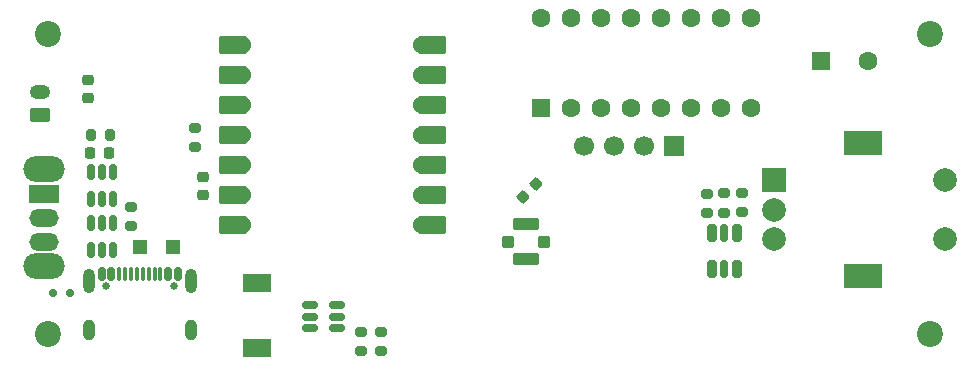
<source format=gbr>
%TF.GenerationSoftware,KiCad,Pcbnew,9.0.2*%
%TF.CreationDate,2025-07-15T17:58:13-04:00*%
%TF.ProjectId,raven-caller,72617665-6e2d-4636-916c-6c65722e6b69,rev?*%
%TF.SameCoordinates,Original*%
%TF.FileFunction,Soldermask,Top*%
%TF.FilePolarity,Negative*%
%FSLAX46Y46*%
G04 Gerber Fmt 4.6, Leading zero omitted, Abs format (unit mm)*
G04 Created by KiCad (PCBNEW 9.0.2) date 2025-07-15 17:58:13*
%MOMM*%
%LPD*%
G01*
G04 APERTURE LIST*
G04 Aperture macros list*
%AMRoundRect*
0 Rectangle with rounded corners*
0 $1 Rounding radius*
0 $2 $3 $4 $5 $6 $7 $8 $9 X,Y pos of 4 corners*
0 Add a 4 corners polygon primitive as box body*
4,1,4,$2,$3,$4,$5,$6,$7,$8,$9,$2,$3,0*
0 Add four circle primitives for the rounded corners*
1,1,$1+$1,$2,$3*
1,1,$1+$1,$4,$5*
1,1,$1+$1,$6,$7*
1,1,$1+$1,$8,$9*
0 Add four rect primitives between the rounded corners*
20,1,$1+$1,$2,$3,$4,$5,0*
20,1,$1+$1,$4,$5,$6,$7,0*
20,1,$1+$1,$6,$7,$8,$9,0*
20,1,$1+$1,$8,$9,$2,$3,0*%
G04 Aperture macros list end*
%ADD10C,2.000000*%
%ADD11R,3.200000X2.000000*%
%ADD12R,2.000000X2.000000*%
%ADD13RoundRect,0.150000X0.150000X-0.512500X0.150000X0.512500X-0.150000X0.512500X-0.150000X-0.512500X0*%
%ADD14RoundRect,0.200000X0.200000X0.275000X-0.200000X0.275000X-0.200000X-0.275000X0.200000X-0.275000X0*%
%ADD15RoundRect,0.200000X-0.275000X0.200000X-0.275000X-0.200000X0.275000X-0.200000X0.275000X0.200000X0*%
%ADD16C,2.200000*%
%ADD17RoundRect,0.250000X0.550000X-0.550000X0.550000X0.550000X-0.550000X0.550000X-0.550000X-0.550000X0*%
%ADD18C,1.600000*%
%ADD19RoundRect,0.152400X1.063600X0.609600X-1.063600X0.609600X-1.063600X-0.609600X1.063600X-0.609600X0*%
%ADD20C,1.524000*%
%ADD21RoundRect,0.152400X-1.063600X-0.609600X1.063600X-0.609600X1.063600X0.609600X-1.063600X0.609600X0*%
%ADD22R,1.200000X1.200000*%
%ADD23R,2.400000X1.500000*%
%ADD24C,0.650000*%
%ADD25RoundRect,0.150000X-0.150000X-0.425000X0.150000X-0.425000X0.150000X0.425000X-0.150000X0.425000X0*%
%ADD26RoundRect,0.075000X-0.075000X-0.500000X0.075000X-0.500000X0.075000X0.500000X-0.075000X0.500000X0*%
%ADD27O,1.000000X2.100000*%
%ADD28O,1.000000X1.800000*%
%ADD29R,1.600000X1.600000*%
%ADD30RoundRect,0.150000X-0.512500X-0.150000X0.512500X-0.150000X0.512500X0.150000X-0.512500X0.150000X0*%
%ADD31R,1.700000X1.700000*%
%ADD32C,1.700000*%
%ADD33RoundRect,0.225000X-0.250000X0.225000X-0.250000X-0.225000X0.250000X-0.225000X0.250000X0.225000X0*%
%ADD34RoundRect,0.100000X-0.400000X0.400000X-0.400000X-0.400000X0.400000X-0.400000X0.400000X0.400000X0*%
%ADD35RoundRect,0.105000X-0.995000X0.420000X-0.995000X-0.420000X0.995000X-0.420000X0.995000X0.420000X0*%
%ADD36RoundRect,0.225000X0.250000X-0.225000X0.250000X0.225000X-0.250000X0.225000X-0.250000X-0.225000X0*%
%ADD37RoundRect,0.250000X0.625000X-0.350000X0.625000X0.350000X-0.625000X0.350000X-0.625000X-0.350000X0*%
%ADD38O,1.750000X1.200000*%
%ADD39RoundRect,0.225000X-0.017678X0.335876X-0.335876X0.017678X0.017678X-0.335876X0.335876X-0.017678X0*%
%ADD40RoundRect,0.150000X-0.150000X-0.200000X0.150000X-0.200000X0.150000X0.200000X-0.150000X0.200000X0*%
%ADD41O,3.500000X2.200000*%
%ADD42R,2.500000X1.500000*%
%ADD43O,2.500000X1.500000*%
%ADD44RoundRect,0.160000X-0.240000X0.565000X-0.240000X-0.565000X0.240000X-0.565000X0.240000X0.565000X0*%
%ADD45RoundRect,0.120000X-0.180000X0.605000X-0.180000X-0.605000X0.180000X-0.605000X0.180000X0.605000X0*%
%ADD46RoundRect,0.200000X0.275000X-0.200000X0.275000X0.200000X-0.275000X0.200000X-0.275000X-0.200000X0*%
%ADD47RoundRect,0.218750X-0.218750X-0.256250X0.218750X-0.256250X0.218750X0.256250X-0.218750X0.256250X0*%
G04 APERTURE END LIST*
D10*
%TO.C,SW1*%
X197300000Y-106500000D03*
X197300000Y-111500000D03*
D11*
X190300000Y-114600000D03*
X190300000Y-103400000D03*
D10*
X182800000Y-109000000D03*
X182800000Y-111500000D03*
D12*
X182800000Y-106500000D03*
%TD*%
D13*
%TO.C,U7*%
X124950001Y-112400000D03*
X125900000Y-112400000D03*
X126849999Y-112400000D03*
X126849999Y-110125000D03*
X125900000Y-110125000D03*
X124950001Y-110125000D03*
%TD*%
%TO.C,U5*%
X124950000Y-108125001D03*
X125899999Y-108125001D03*
X126849998Y-108125001D03*
X126849998Y-105850001D03*
X125899999Y-105850001D03*
X124950000Y-105850001D03*
%TD*%
D14*
%TO.C,R4*%
X126625000Y-102700000D03*
X124975000Y-102700000D03*
%TD*%
D15*
%TO.C,R2*%
X133800000Y-102075000D03*
X133800000Y-103725000D03*
%TD*%
%TO.C,R13*%
X177099999Y-107650001D03*
X177099999Y-109300001D03*
%TD*%
D16*
%TO.C,H4*%
X121300000Y-94100000D03*
%TD*%
D17*
%TO.C,U4*%
X163110000Y-100405000D03*
D18*
X165650000Y-100405000D03*
X168190000Y-100405000D03*
X170730000Y-100405000D03*
X173270000Y-100405000D03*
X175810000Y-100405000D03*
X178350000Y-100405000D03*
X180890000Y-100405000D03*
X180890000Y-92785000D03*
X178350000Y-92785000D03*
X175810000Y-92785000D03*
X173270000Y-92785000D03*
X170730000Y-92785000D03*
X168190000Y-92785000D03*
X165650000Y-92785000D03*
X163110000Y-92785000D03*
%TD*%
D19*
%TO.C,U12*%
X136965000Y-95060000D03*
D20*
X137800000Y-95060000D03*
D19*
X136965000Y-97600000D03*
D20*
X137800000Y-97600000D03*
D19*
X136965000Y-100140000D03*
D20*
X137800000Y-100140000D03*
D19*
X136965000Y-102680000D03*
D20*
X137800000Y-102680000D03*
D19*
X136965000Y-105220000D03*
D20*
X137800000Y-105220000D03*
D19*
X136965000Y-107760000D03*
D20*
X137800000Y-107760000D03*
D19*
X136965000Y-110300000D03*
D20*
X137800000Y-110300000D03*
X153040000Y-110300000D03*
D21*
X153875000Y-110300000D03*
D20*
X153040000Y-107760000D03*
D21*
X153875000Y-107760000D03*
D20*
X153040000Y-105220000D03*
D21*
X153875000Y-105220000D03*
D20*
X153040000Y-102680000D03*
D21*
X153875000Y-102680000D03*
D20*
X153040000Y-100140000D03*
D21*
X153875000Y-100140000D03*
D20*
X153040000Y-97600000D03*
D21*
X153875000Y-97600000D03*
D20*
X153040000Y-95060000D03*
D21*
X153875000Y-95060000D03*
%TD*%
D22*
%TO.C,D2*%
X131899999Y-112200000D03*
X129100001Y-112200000D03*
%TD*%
D23*
%TO.C,L1*%
X139000000Y-120750000D03*
X139000000Y-115250000D03*
%TD*%
D24*
%TO.C,J7*%
X126220000Y-115500000D03*
X132000000Y-115500000D03*
D25*
X125910000Y-114425000D03*
X126710000Y-114425000D03*
D26*
X127860000Y-114425000D03*
X128860000Y-114425000D03*
X129360000Y-114425000D03*
X130360000Y-114425000D03*
D25*
X131510000Y-114425000D03*
X132310000Y-114425000D03*
X132310000Y-114425000D03*
X131510000Y-114425000D03*
D26*
X130860000Y-114425000D03*
X129860000Y-114425000D03*
X128360000Y-114425000D03*
X127360000Y-114425000D03*
D25*
X126710000Y-114425000D03*
X125910000Y-114425000D03*
D27*
X124790000Y-115000000D03*
D28*
X124790000Y-119180000D03*
D27*
X133430000Y-115000000D03*
D28*
X133430000Y-119180000D03*
%TD*%
D29*
%TO.C,BZ2*%
X186799999Y-96400000D03*
D18*
X190799999Y-96400000D03*
%TD*%
D30*
%TO.C,U13*%
X143500000Y-117100000D03*
X143500000Y-118050000D03*
X143500000Y-119000000D03*
X145775000Y-119000000D03*
X145775000Y-118050000D03*
X145775000Y-117100000D03*
%TD*%
D31*
%TO.C,J1*%
X174310000Y-103615000D03*
D32*
X171770000Y-103615000D03*
X169230000Y-103615000D03*
X166690000Y-103615000D03*
%TD*%
D33*
%TO.C,C29*%
X124700000Y-98025000D03*
X124700000Y-99575000D03*
%TD*%
D15*
%TO.C,R19*%
X180099999Y-107575000D03*
X180099999Y-109225000D03*
%TD*%
D34*
%TO.C,J3*%
X163300000Y-111700000D03*
D35*
X161800000Y-113175001D03*
D34*
X160300000Y-111700000D03*
D35*
X161800000Y-110224999D03*
%TD*%
D36*
%TO.C,C2*%
X134500000Y-107775000D03*
X134500000Y-106225000D03*
%TD*%
D37*
%TO.C,J2*%
X120650000Y-101000000D03*
D38*
X120650000Y-99000000D03*
%TD*%
D15*
%TO.C,R18*%
X178599998Y-107615000D03*
X178599998Y-109265000D03*
%TD*%
D16*
%TO.C,H3*%
X121300000Y-119500000D03*
%TD*%
D39*
%TO.C,C5*%
X162648008Y-106851992D03*
X161551992Y-107948008D03*
%TD*%
D15*
%TO.C,R9*%
X149500000Y-119350000D03*
X149500000Y-121000000D03*
%TD*%
D40*
%TO.C,U10*%
X123200000Y-116100000D03*
X121800000Y-116100000D03*
%TD*%
D41*
%TO.C,SW2*%
X121000000Y-105600000D03*
X121000000Y-113800000D03*
D42*
X121000000Y-107700000D03*
D43*
X121000000Y-109700000D03*
X121000000Y-111700000D03*
%TD*%
D15*
%TO.C,R5*%
X128341443Y-108775000D03*
X128341443Y-110425000D03*
%TD*%
D44*
%TO.C,D1*%
X179650000Y-110975000D03*
D45*
X178600000Y-110975000D03*
D44*
X177550000Y-110975000D03*
X177550000Y-114025000D03*
D45*
X178600000Y-114025000D03*
D44*
X179650000Y-114025000D03*
%TD*%
D16*
%TO.C,H1*%
X196000000Y-119500000D03*
%TD*%
D46*
%TO.C,R10*%
X147837440Y-120999999D03*
X147837440Y-119349999D03*
%TD*%
D16*
%TO.C,H2*%
X196000000Y-94100000D03*
%TD*%
D47*
%TO.C,D4*%
X124912499Y-104200000D03*
X126487501Y-104200000D03*
%TD*%
M02*

</source>
